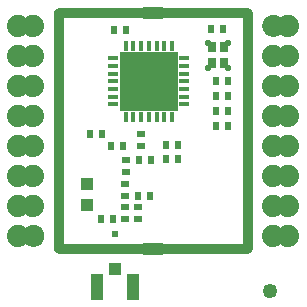
<source format=gbr>
G04 #@! TF.GenerationSoftware,KiCad,Pcbnew,5.1.0-rc2-unknown-4612175~81~ubuntu18.04.1*
G04 #@! TF.CreationDate,2019-03-08T09:47:56+02:00*
G04 #@! TF.ProjectId,LoRa_RevB,4c6f5261-5f52-4657-9642-2e6b69636164,rev?*
G04 #@! TF.SameCoordinates,Original*
G04 #@! TF.FileFunction,Soldermask,Top*
G04 #@! TF.FilePolarity,Negative*
%FSLAX46Y46*%
G04 Gerber Fmt 4.6, Leading zero omitted, Abs format (unit mm)*
G04 Created by KiCad (PCBNEW 5.1.0-rc2-unknown-4612175~81~ubuntu18.04.1) date 2019-03-08 09:47:56*
%MOMM*%
%LPD*%
G04 APERTURE LIST*
%ADD10C,1.254000*%
%ADD11C,1.879600*%
%ADD12C,1.778000*%
%ADD13C,0.100000*%
%ADD14O,2.502580X1.002580*%
%ADD15O,0.802580X20.802580*%
%ADD16O,16.802580X0.802580*%
%ADD17C,0.602580*%
%ADD18R,1.052580X1.052580*%
%ADD19R,1.052580X2.202580*%
%ADD20R,1.117600X1.117600*%
%ADD21R,0.651600X0.601600*%
%ADD22C,0.552580*%
%ADD23R,0.752580X0.852580*%
%ADD24C,1.352400*%
%ADD25R,2.552400X2.552400*%
%ADD26R,0.425000X0.850000*%
%ADD27R,0.850000X0.425000*%
%ADD28R,0.601600X0.651600*%
G04 APERTURE END LIST*
D10*
X94945200Y-78308200D03*
D11*
X74930000Y-55880000D03*
X74930000Y-58420000D03*
X74930000Y-60960000D03*
X74930000Y-68580000D03*
X74930000Y-71120000D03*
X74930000Y-66040000D03*
X74930000Y-63500000D03*
D12*
X74930000Y-73660000D03*
D13*
G36*
X73991516Y-73611400D02*
G01*
X74000067Y-73524578D01*
X74000798Y-73519646D01*
X74017818Y-73434080D01*
X74019029Y-73429245D01*
X74044354Y-73345759D01*
X74046034Y-73341064D01*
X74079421Y-73260463D01*
X74081552Y-73255957D01*
X74122677Y-73179016D01*
X74125240Y-73174740D01*
X74173710Y-73102200D01*
X74176680Y-73098196D01*
X74232025Y-73030757D01*
X74235373Y-73027063D01*
X74297063Y-72965373D01*
X74300757Y-72962025D01*
X74368196Y-72906680D01*
X74372200Y-72903710D01*
X74444740Y-72855240D01*
X74449016Y-72852677D01*
X74525957Y-72811552D01*
X74530463Y-72809421D01*
X74611064Y-72776034D01*
X74615759Y-72774354D01*
X74699245Y-72749029D01*
X74704080Y-72747818D01*
X74789646Y-72730798D01*
X74794578Y-72730067D01*
X74881400Y-72721516D01*
X74886379Y-72721271D01*
X74973621Y-72721271D01*
X74978600Y-72721516D01*
X75065422Y-72730067D01*
X75070354Y-72730798D01*
X75155920Y-72747818D01*
X75160755Y-72749029D01*
X75244241Y-72774354D01*
X75248936Y-72776034D01*
X75329537Y-72809421D01*
X75334043Y-72811552D01*
X75410984Y-72852677D01*
X75415260Y-72855240D01*
X75487800Y-72903710D01*
X75491804Y-72906680D01*
X75559243Y-72962025D01*
X75562937Y-72965373D01*
X75624627Y-73027063D01*
X75627975Y-73030757D01*
X75683320Y-73098196D01*
X75686290Y-73102200D01*
X75734760Y-73174740D01*
X75737323Y-73179016D01*
X75778448Y-73255957D01*
X75780579Y-73260463D01*
X75813966Y-73341064D01*
X75815646Y-73345759D01*
X75840971Y-73429245D01*
X75842182Y-73434080D01*
X75859202Y-73519646D01*
X75859933Y-73524578D01*
X75868484Y-73611400D01*
X75868729Y-73616379D01*
X75868729Y-73703621D01*
X75868484Y-73708600D01*
X75859933Y-73795422D01*
X75859202Y-73800354D01*
X75842182Y-73885920D01*
X75840971Y-73890755D01*
X75815646Y-73974241D01*
X75813966Y-73978936D01*
X75780579Y-74059537D01*
X75778448Y-74064043D01*
X75737323Y-74140984D01*
X75734760Y-74145260D01*
X75686290Y-74217800D01*
X75683320Y-74221804D01*
X75627975Y-74289243D01*
X75624627Y-74292937D01*
X75562937Y-74354627D01*
X75559243Y-74357975D01*
X75491804Y-74413320D01*
X75487800Y-74416290D01*
X75415260Y-74464760D01*
X75410984Y-74467323D01*
X75334043Y-74508448D01*
X75329537Y-74510579D01*
X75248936Y-74543966D01*
X75244241Y-74545646D01*
X75160755Y-74570971D01*
X75155920Y-74572182D01*
X75070354Y-74589202D01*
X75065422Y-74589933D01*
X74978600Y-74598484D01*
X74973621Y-74598729D01*
X74886379Y-74598729D01*
X74881400Y-74598484D01*
X74794578Y-74589933D01*
X74789646Y-74589202D01*
X74704080Y-74572182D01*
X74699245Y-74570971D01*
X74615759Y-74545646D01*
X74611064Y-74543966D01*
X74530463Y-74510579D01*
X74525957Y-74508448D01*
X74449016Y-74467323D01*
X74444740Y-74464760D01*
X74372200Y-74416290D01*
X74368196Y-74413320D01*
X74300757Y-74357975D01*
X74297063Y-74354627D01*
X74235373Y-74292937D01*
X74232025Y-74289243D01*
X74176680Y-74221804D01*
X74173710Y-74217800D01*
X74125240Y-74145260D01*
X74122677Y-74140984D01*
X74081552Y-74064043D01*
X74079421Y-74059537D01*
X74046034Y-73978936D01*
X74044354Y-73974241D01*
X74019029Y-73890755D01*
X74017818Y-73885920D01*
X74000798Y-73800354D01*
X74000067Y-73795422D01*
X73991516Y-73708600D01*
X73991271Y-73703621D01*
X73991271Y-73616379D01*
X73991516Y-73611400D01*
X73991516Y-73611400D01*
G37*
D11*
X73660000Y-66040000D03*
X73660000Y-68580000D03*
X73660000Y-71120000D03*
X73660000Y-73660000D03*
X73660000Y-63500000D03*
X73660000Y-60960000D03*
X73660000Y-55880000D03*
X73660000Y-58420000D03*
X95250000Y-73660000D03*
X95250000Y-71120000D03*
X95250000Y-68580000D03*
X95250000Y-60960000D03*
X95250000Y-58420000D03*
X95250000Y-63500000D03*
X95250000Y-66040000D03*
D12*
X95250000Y-55880000D03*
D13*
G36*
X96188484Y-55928600D02*
G01*
X96179933Y-56015422D01*
X96179202Y-56020354D01*
X96162182Y-56105920D01*
X96160971Y-56110755D01*
X96135646Y-56194241D01*
X96133966Y-56198936D01*
X96100579Y-56279537D01*
X96098448Y-56284043D01*
X96057323Y-56360984D01*
X96054760Y-56365260D01*
X96006290Y-56437800D01*
X96003320Y-56441804D01*
X95947975Y-56509243D01*
X95944627Y-56512937D01*
X95882937Y-56574627D01*
X95879243Y-56577975D01*
X95811804Y-56633320D01*
X95807800Y-56636290D01*
X95735260Y-56684760D01*
X95730984Y-56687323D01*
X95654043Y-56728448D01*
X95649537Y-56730579D01*
X95568936Y-56763966D01*
X95564241Y-56765646D01*
X95480755Y-56790971D01*
X95475920Y-56792182D01*
X95390354Y-56809202D01*
X95385422Y-56809933D01*
X95298600Y-56818484D01*
X95293621Y-56818729D01*
X95206379Y-56818729D01*
X95201400Y-56818484D01*
X95114578Y-56809933D01*
X95109646Y-56809202D01*
X95024080Y-56792182D01*
X95019245Y-56790971D01*
X94935759Y-56765646D01*
X94931064Y-56763966D01*
X94850463Y-56730579D01*
X94845957Y-56728448D01*
X94769016Y-56687323D01*
X94764740Y-56684760D01*
X94692200Y-56636290D01*
X94688196Y-56633320D01*
X94620757Y-56577975D01*
X94617063Y-56574627D01*
X94555373Y-56512937D01*
X94552025Y-56509243D01*
X94496680Y-56441804D01*
X94493710Y-56437800D01*
X94445240Y-56365260D01*
X94442677Y-56360984D01*
X94401552Y-56284043D01*
X94399421Y-56279537D01*
X94366034Y-56198936D01*
X94364354Y-56194241D01*
X94339029Y-56110755D01*
X94337818Y-56105920D01*
X94320798Y-56020354D01*
X94320067Y-56015422D01*
X94311516Y-55928600D01*
X94311271Y-55923621D01*
X94311271Y-55836379D01*
X94311516Y-55831400D01*
X94320067Y-55744578D01*
X94320798Y-55739646D01*
X94337818Y-55654080D01*
X94339029Y-55649245D01*
X94364354Y-55565759D01*
X94366034Y-55561064D01*
X94399421Y-55480463D01*
X94401552Y-55475957D01*
X94442677Y-55399016D01*
X94445240Y-55394740D01*
X94493710Y-55322200D01*
X94496680Y-55318196D01*
X94552025Y-55250757D01*
X94555373Y-55247063D01*
X94617063Y-55185373D01*
X94620757Y-55182025D01*
X94688196Y-55126680D01*
X94692200Y-55123710D01*
X94764740Y-55075240D01*
X94769016Y-55072677D01*
X94845957Y-55031552D01*
X94850463Y-55029421D01*
X94931064Y-54996034D01*
X94935759Y-54994354D01*
X95019245Y-54969029D01*
X95024080Y-54967818D01*
X95109646Y-54950798D01*
X95114578Y-54950067D01*
X95201400Y-54941516D01*
X95206379Y-54941271D01*
X95293621Y-54941271D01*
X95298600Y-54941516D01*
X95385422Y-54950067D01*
X95390354Y-54950798D01*
X95475920Y-54967818D01*
X95480755Y-54969029D01*
X95564241Y-54994354D01*
X95568936Y-54996034D01*
X95649537Y-55029421D01*
X95654043Y-55031552D01*
X95730984Y-55072677D01*
X95735260Y-55075240D01*
X95807800Y-55123710D01*
X95811804Y-55126680D01*
X95879243Y-55182025D01*
X95882937Y-55185373D01*
X95944627Y-55247063D01*
X95947975Y-55250757D01*
X96003320Y-55318196D01*
X96006290Y-55322200D01*
X96054760Y-55394740D01*
X96057323Y-55399016D01*
X96098448Y-55475957D01*
X96100579Y-55480463D01*
X96133966Y-55561064D01*
X96135646Y-55565759D01*
X96160971Y-55649245D01*
X96162182Y-55654080D01*
X96179202Y-55739646D01*
X96179933Y-55744578D01*
X96188484Y-55831400D01*
X96188729Y-55836379D01*
X96188729Y-55923621D01*
X96188484Y-55928600D01*
X96188484Y-55928600D01*
G37*
D11*
X96520000Y-63500000D03*
X96520000Y-60960000D03*
X96520000Y-58420000D03*
X96520000Y-55880000D03*
X96520000Y-66040000D03*
X96520000Y-68580000D03*
X96520000Y-73660000D03*
X96520000Y-71120000D03*
D14*
X85090000Y-54770000D03*
X85090000Y-74770000D03*
D15*
X77090000Y-64770000D03*
X93090000Y-64770000D03*
D16*
X85090000Y-54770000D03*
X85090000Y-74770000D03*
D17*
X81825000Y-73550000D03*
D18*
X81825000Y-76476400D03*
D19*
X80325000Y-77976400D03*
X83325000Y-77976400D03*
D20*
X79475000Y-71028000D03*
X79475000Y-69250000D03*
D21*
X82700000Y-72270000D03*
X82700000Y-71254000D03*
D22*
X91375000Y-57375000D03*
X91375000Y-59425000D03*
X89725000Y-59425000D03*
X89725000Y-57375000D03*
D23*
X91075000Y-57725000D03*
X91075000Y-59075000D03*
X90025000Y-59075000D03*
X90025000Y-57725000D03*
D24*
X83502000Y-59400000D03*
X83502000Y-61800000D03*
X85902000Y-59400000D03*
X85902000Y-61800000D03*
D25*
X83502000Y-59400000D03*
X83502000Y-61800000D03*
X85902000Y-59400000D03*
X85902000Y-61800000D03*
D26*
X86652000Y-63600000D03*
X86002000Y-63600000D03*
X85352000Y-63600000D03*
X84702000Y-63600000D03*
X84052000Y-63600000D03*
X83402000Y-63600000D03*
X82752000Y-63600000D03*
D27*
X81702000Y-62550000D03*
X81702000Y-61900000D03*
X81702000Y-61250000D03*
X81702000Y-60600000D03*
X81702000Y-59950000D03*
X81702000Y-59300000D03*
X81702000Y-58650000D03*
D26*
X82752000Y-57600000D03*
X83402000Y-57600000D03*
X84052000Y-57600000D03*
X84702000Y-57600000D03*
X85352000Y-57600000D03*
X86002000Y-57600000D03*
X86652000Y-57600000D03*
D27*
X87702000Y-58650000D03*
X87702000Y-59300000D03*
X87702000Y-59950000D03*
X87702000Y-60600000D03*
X87702000Y-61250000D03*
X87702000Y-61900000D03*
X87702000Y-62550000D03*
D21*
X82700000Y-70270000D03*
X82700000Y-69254000D03*
D28*
X80772000Y-65024000D03*
X79756000Y-65024000D03*
X84861400Y-67233800D03*
X83845400Y-67233800D03*
D21*
X84052000Y-66083000D03*
X84052000Y-65067000D03*
D28*
X82550000Y-66040000D03*
X81534000Y-66040000D03*
X80692000Y-72262000D03*
X81708000Y-72262000D03*
D21*
X83800000Y-71254000D03*
X83800000Y-72270000D03*
D28*
X84808000Y-70262000D03*
X83792000Y-70262000D03*
D21*
X82727800Y-67254000D03*
X82727800Y-68270000D03*
D28*
X86192000Y-67200000D03*
X87208000Y-67200000D03*
X86192000Y-66000000D03*
X87208000Y-66000000D03*
X81737200Y-56235600D03*
X82753200Y-56235600D03*
X91440000Y-61849000D03*
X90424000Y-61849000D03*
X91440000Y-64389000D03*
X90424000Y-64389000D03*
X91440000Y-63119000D03*
X90424000Y-63119000D03*
X91440000Y-60600000D03*
X90424000Y-60600000D03*
X90983000Y-56150000D03*
X89967000Y-56150000D03*
M02*

</source>
